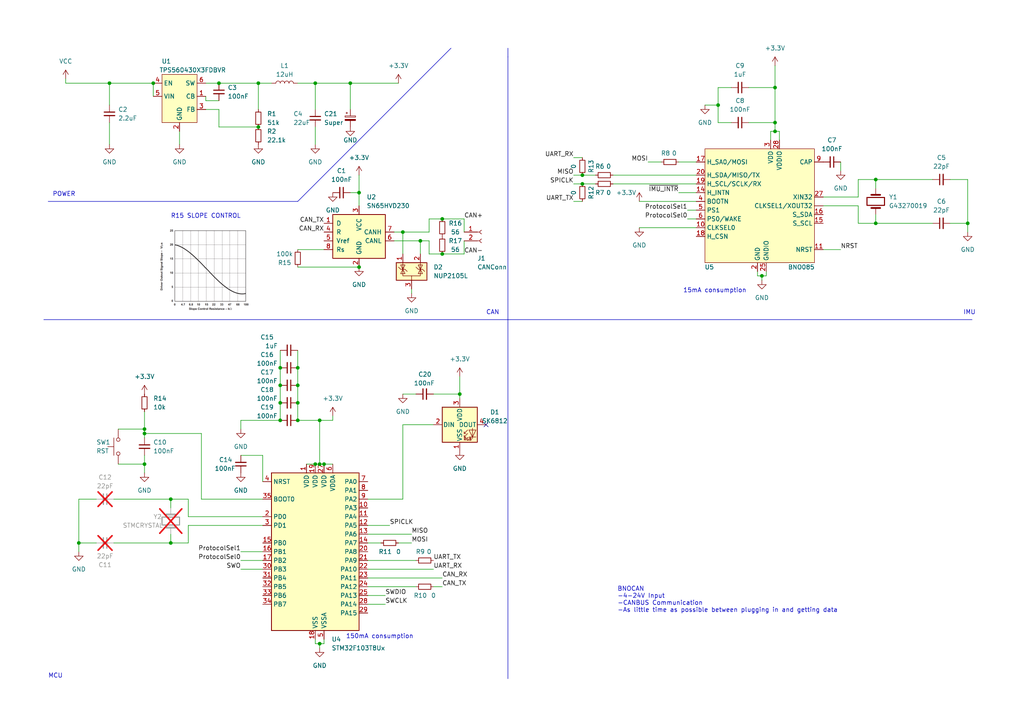
<source format=kicad_sch>
(kicad_sch (version 20230121) (generator eeschema)
  (paper "A4")
  (lib_symbols
    (symbol "Connector:Conn_01x02_Socket" (pin_names (offset 1.016) hide)
      (property "Reference" "J" (at 0 2.54 0))
      (property "Value" "Conn_01x02_Socket" (at 0 -5.08 0))
      (symbol "Conn_01x02_Socket_1_1"
        (arc (start 0 -2.032) (mid -0.5058 -2.54) (end 0 -3.048) (stroke (width 0.1524)))
        (polyline (pts (xy -1.27 -2.54) (xy -0.508 -2.54)) (stroke (width 0.1524)))
        (polyline (pts (xy -1.27 0) (xy -0.508 0)) (stroke (width 0.1524)))
        (arc (start 0 0.508) (mid -0.5058 0) (end 0 -0.508) (stroke (width 0.1524)))
        (pin passive line (at -5.08 0 0) (length 3.81) (name "Pin_1") (number "1"))
        (pin passive line (at -5.08 -2.54 0) (length 3.81) (name "Pin_2") (number "2"))
      )
    )
    (symbol "Device:C_Polarized_Small" (pin_numbers hide) (pin_names (offset 0.254) hide)
      (property "Reference" "C" (at 0.254 1.778 0))
      (property "Value" "C_Polarized_Small" (at 0.254 -2.032 0))
      (symbol "C_Polarized_Small_0_1"
        (rectangle (start -1.524 -0.3048) (end 1.524 -0.6858) (fill (type outline)))
        (rectangle (start -1.524 0.6858) (end 1.524 0.3048))
        (polyline (pts (xy -1.27 1.524) (xy -0.762 1.524)))
        (polyline (pts (xy -1.016 1.27) (xy -1.016 1.778)))
      )
      (symbol "C_Polarized_Small_1_1"
        (pin passive line (at 0 2.54 270) (length 1.8542) (name "~") (number "1"))
        (pin passive line (at 0 -2.54 90) (length 1.8542) (name "~") (number "2"))
      )
    )
    (symbol "Device:C_Small" (pin_numbers hide) (pin_names (offset 0.254) hide)
      (property "Reference" "C" (at 0.254 1.778 0))
      (property "Value" "C_Small" (at 0.254 -2.032 0))
      (symbol "C_Small_0_1"
        (polyline (pts (xy -1.524 -0.508) (xy 1.524 -0.508)) (stroke (width 0.3302)))
        (polyline (pts (xy -1.524 0.508) (xy 1.524 0.508)) (stroke (width 0.3048)))
      )
      (symbol "C_Small_1_1"
        (pin passive line (at 0 2.54 270) (length 2.032) (name "~") (number "1"))
        (pin passive line (at 0 -2.54 90) (length 2.032) (name "~") (number "2"))
      )
    )
    (symbol "Device:Crystal" (pin_numbers hide) (pin_names (offset 1.016) hide)
      (property "Reference" "Y" (at 0 3.81 0))
      (property "Value" "Crystal" (at 0 -3.81 0))
      (symbol "Crystal_0_1"
        (rectangle (start -1.143 2.54) (end 1.143 -2.54) (stroke (width 0.3048)))
        (polyline (pts (xy -2.54 0) (xy -1.905 0)))
        (polyline (pts (xy -1.905 -1.27) (xy -1.905 1.27)) (stroke (width 0.508)))
        (polyline (pts (xy 1.905 -1.27) (xy 1.905 1.27)) (stroke (width 0.508)))
        (polyline (pts (xy 2.54 0) (xy 1.905 0)))
      )
      (symbol "Crystal_1_1"
        (pin passive line (at -3.81 0 0) (length 1.27) (name "1") (number "1"))
        (pin passive line (at 3.81 0 180) (length 1.27) (name "2") (number "2"))
      )
    )
    (symbol "Device:L" (pin_numbers hide) (pin_names (offset 1.016) hide)
      (property "Reference" "L" (at -1.27 0 90))
      (property "Value" "L" (at 1.905 0 90))
      (symbol "L_0_1"
        (arc (start 0 -2.54) (mid 0.6323 -1.905) (end 0 -1.27))
        (arc (start 0 -1.27) (mid 0.6323 -0.635) (end 0 0))
        (arc (start 0 0) (mid 0.6323 0.635) (end 0 1.27))
        (arc (start 0 1.27) (mid 0.6323 1.905) (end 0 2.54))
      )
      (symbol "L_1_1"
        (pin passive line (at 0 3.81 270) (length 1.27) (name "1") (number "1"))
        (pin passive line (at 0 -3.81 90) (length 1.27) (name "2") (number "2"))
      )
    )
    (symbol "Device:R_Small" (pin_numbers hide) (pin_names (offset 0.254) hide)
      (property "Reference" "R" (at 0.762 0.508 0))
      (property "Value" "R_Small" (at 0.762 -1.016 0))
      (symbol "R_Small_0_1"
        (rectangle (start -0.762 1.778) (end 0.762 -1.778) (stroke (width 0.2032)))
      )
      (symbol "R_Small_1_1"
        (pin passive line (at 0 2.54 270) (length 0.762) (name "~") (number "1"))
        (pin passive line (at 0 -2.54 90) (length 0.762) (name "~") (number "2"))
      )
    )
    (symbol "Imports:BNO085"
      (property "Reference" "U" (at -6.35 3.81 0))
      (property "Value" "BNO085" (at -3.81 1.27 0))
      (symbol "BNO085_1_1"
        (rectangle (start -7.62 0) (end 24.13 -33.02) (fill (type background)))
        (pin input line (at 26.67 -16.51 180) (length 2.54) (name "CLKSEL1/XOUT32") (number ""))
        (pin input line (at -10.16 -22.86 0) (length 2.54) (name "CLKSEL0") (number "10"))
        (pin input line (at 26.67 -29.21 180) (length 2.54) (name "NRST") (number "11"))
        (pin input line (at -10.16 -12.7 0) (length 2.54) (name "H_INTN") (number "14"))
        (pin input line (at 26.67 -21.59 180) (length 2.54) (name "S_SCL") (number "15"))
        (pin input line (at 26.67 -19.05 180) (length 2.54) (name "S_SDA") (number "16"))
        (pin input line (at -10.16 -3.81 0) (length 2.54) (name "H_SA0/MOSI") (number "17"))
        (pin input line (at -10.16 -25.4 0) (length 2.54) (name "H_CSN") (number "18"))
        (pin input line (at -10.16 -10.16 0) (length 2.54) (name "H_SCL/SCLK/RX") (number "19"))
        (pin input line (at 7.62 -35.56 90) (length 2.54) (name "GND") (number "2"))
        (pin input line (at -10.16 -7.62 0) (length 2.54) (name "H_SDA/MISO/TX") (number "20"))
        (pin input line (at 10.16 -35.56 90) (length 2.54) (name "GNDIO") (number "25"))
        (pin input line (at 26.67 -13.97 180) (length 2.54) (name "XIN32") (number "27"))
        (pin input line (at 13.97 2.54 270) (length 2.54) (name "VDDIO") (number "28"))
        (pin input line (at 11.43 2.54 270) (length 2.54) (name "VDD") (number "3"))
        (pin input line (at -10.16 -15.24 0) (length 2.54) (name "BOOTN") (number "4"))
        (pin input line (at -10.16 -17.78 0) (length 2.54) (name "PS1") (number "5"))
        (pin input line (at -10.16 -20.32 0) (length 2.54) (name "PS0/WAKE") (number "6"))
        (pin input line (at 26.67 -3.81 180) (length 2.54) (name "CAP") (number "9"))
      )
    )
    (symbol "Imports:TPS560430X3FDBVR"
      (property "Reference" "U" (at -3.81 5.08 0))
      (symbol "TPS560430X3FDBVR_1_1"
        (rectangle (start -5.08 3.81) (end 5.08 -10.16) (fill (type background)))
        (pin input line (at 7.62 -2.54 180) (length 2.54) (name "CB") (number "1"))
        (pin input line (at 0 -12.7 90) (length 2.54) (name "GND") (number "2"))
        (pin input line (at 7.62 -6.35 180) (length 2.54) (name "FB") (number "3"))
        (pin input line (at -7.62 1.27 0) (length 2.54) (name "EN") (number "4"))
        (pin input line (at -7.62 -2.54 0) (length 2.54) (name "VIN") (number "5"))
        (pin input line (at 7.62 1.27 180) (length 2.54) (name "SW") (number "6"))
      )
    )
    (symbol "Interface_CAN_LIN:SN65HVD230" (pin_names (offset 1.016))
      (property "Reference" "U" (at -2.54 10.16 0))
      (property "Value" "SN65HVD230" (at -2.54 7.62 0))
      (symbol "SN65HVD230_0_1"
        (rectangle (start -7.62 5.08) (end 7.62 -7.62) (stroke (width 0.254)) (fill (type background)))
      )
      (symbol "SN65HVD230_1_1"
        (pin input line (at -10.16 2.54 0) (length 2.54) (name "D") (number "1"))
        (pin power_in line (at 0 -10.16 90) (length 2.54) (name "GND") (number "2"))
        (pin power_in line (at 0 7.62 270) (length 2.54) (name "VCC") (number "3"))
        (pin output line (at -10.16 0 0) (length 2.54) (name "R") (number "4"))
        (pin output line (at -10.16 -2.54 0) (length 2.54) (name "Vref") (number "5"))
        (pin bidirectional line (at 10.16 -2.54 180) (length 2.54) (name "CANL") (number "6"))
        (pin bidirectional line (at 10.16 0 180) (length 2.54) (name "CANH") (number "7"))
        (pin input line (at -10.16 -5.08 0) (length 2.54) (name "Rs") (number "8"))
      )
    )
    (symbol "LED:SK6812" (pin_names (offset 0.254))
      (property "Reference" "D" (at 5.08 5.715 0))
      (property "Value" "SK6812" (at 1.27 -5.715 0))
      (symbol "SK6812_0_0"
        (text "RGB" (at 2.286 -4.191 0) (effects (font (size 0.762 0.762))))
      )
      (symbol "SK6812_0_1"
        (polyline (pts (xy 1.27 -3.556) (xy 1.778 -3.556)))
        (polyline (pts (xy 1.27 -2.54) (xy 1.778 -2.54)))
        (polyline (pts (xy 4.699 -3.556) (xy 2.667 -3.556)))
        (polyline (pts (xy 2.286 -2.54) (xy 1.27 -3.556) (xy 1.27 -3.048)))
        (polyline (pts (xy 2.286 -1.524) (xy 1.27 -2.54) (xy 1.27 -2.032)))
        (polyline (pts (xy 3.683 -1.016) (xy 3.683 -3.556) (xy 3.683 -4.064)))
        (polyline (pts (xy 4.699 -1.524) (xy 2.667 -1.524) (xy 3.683 -3.556) (xy 4.699 -1.524)))
        (rectangle (start 5.08 5.08) (end -5.08 -5.08) (stroke (width 0.254)) (fill (type background)))
      )
      (symbol "SK6812_1_1"
        (pin power_in line (at 0 -7.62 90) (length 2.54) (name "VSS") (number "1"))
        (pin input line (at -7.62 0 0) (length 2.54) (name "DIN") (number "2"))
        (pin power_in line (at 0 7.62 270) (length 2.54) (name "VDD") (number "3"))
        (pin output line (at 7.62 0 180) (length 2.54) (name "DOUT") (number "4"))
      )
    )
    (symbol "MCU_ST_STM32F1:STM32F103T8Ux"
      (property "Reference" "U" (at -12.7 24.13 0))
      (property "Value" "STM32F103T8Ux" (at 7.62 24.13 0))
      (symbol "STM32F103T8Ux_0_1"
        (rectangle (start -12.7 -22.86) (end 12.7 22.86) (stroke (width 0.254)) (fill (type background)))
      )
      (symbol "STM32F103T8Ux_1_1"
        (pin power_in line (at -2.54 25.4 270) (length 2.54) (name "VDD") (number "1"))
        (pin bidirectional line (at 15.24 12.7 180) (length 2.54) (name "PA3") (number "10"))
        (pin bidirectional line (at 15.24 10.16 180) (length 2.54) (name "PA4") (number "11"))
        (pin bidirectional line (at 15.24 7.62 180) (length 2.54) (name "PA5") (number "12"))
        (pin bidirectional line (at 15.24 5.08 180) (length 2.54) (name "PA6") (number "13"))
        (pin bidirectional line (at 15.24 2.54 180) (length 2.54) (name "PA7") (number "14"))
        (pin bidirectional line (at -15.24 2.54 0) (length 2.54) (name "PB0") (number "15"))
        (pin bidirectional line (at -15.24 0 0) (length 2.54) (name "PB1") (number "16"))
        (pin bidirectional line (at -15.24 -2.54 0) (length 2.54) (name "PB2") (number "17"))
        (pin power_in line (at 0 -25.4 90) (length 2.54) (name "VSS") (number "18"))
        (pin power_in line (at 0 25.4 270) (length 2.54) (name "VDD") (number "19"))
        (pin bidirectional line (at -15.24 10.16 0) (length 2.54) (name "PD0") (number "2"))
        (pin bidirectional line (at 15.24 0 180) (length 2.54) (name "PA8") (number "20"))
        (pin bidirectional line (at 15.24 -2.54 180) (length 2.54) (name "PA9") (number "21"))
        (pin bidirectional line (at 15.24 -5.08 180) (length 2.54) (name "PA10") (number "22"))
        (pin bidirectional line (at 15.24 -7.62 180) (length 2.54) (name "PA11") (number "23"))
        (pin bidirectional line (at 15.24 -10.16 180) (length 2.54) (name "PA12") (number "24"))
        (pin bidirectional line (at 15.24 -12.7 180) (length 2.54) (name "PA13") (number "25"))
        (pin passive line (at 0 -25.4 90) (length 2.54) hide (name "VSS") (number "26"))
        (pin power_in line (at 2.54 25.4 270) (length 2.54) (name "VDD") (number "27"))
        (pin bidirectional line (at 15.24 -15.24 180) (length 2.54) (name "PA14") (number "28"))
        (pin bidirectional line (at 15.24 -17.78 180) (length 2.54) (name "PA15") (number "29"))
        (pin bidirectional line (at -15.24 7.62 0) (length 2.54) (name "PD1") (number "3"))
        (pin bidirectional line (at -15.24 -5.08 0) (length 2.54) (name "PB3") (number "30"))
        (pin bidirectional line (at -15.24 -7.62 0) (length 2.54) (name "PB4") (number "31"))
        (pin bidirectional line (at -15.24 -10.16 0) (length 2.54) (name "PB5") (number "32"))
        (pin bidirectional line (at -15.24 -12.7 0) (length 2.54) (name "PB6") (number "33"))
        (pin bidirectional line (at -15.24 -15.24 0) (length 2.54) (name "PB7") (number "34"))
        (pin input line (at -15.24 15.24 0) (length 2.54) (name "BOOT0") (number "35"))
        (pin passive line (at 0 -25.4 90) (length 2.54) hide (name "VSS") (number "36"))
        (pin passive line (at 0 -25.4 90) (length 2.54) hide (name "VSS") (number "37"))
        (pin input line (at -15.24 20.32 0) (length 2.54) (name "NRST") (number "4"))
        (pin power_in line (at 2.54 -25.4 90) (length 2.54) (name "VSSA") (number "5"))
        (pin power_in line (at 5.08 25.4 270) (length 2.54) (name "VDDA") (number "6"))
        (pin bidirectional line (at 15.24 20.32 180) (length 2.54) (name "PA0") (number "7"))
        (pin bidirectional line (at 15.24 17.78 180) (length 2.54) (name "PA1") (number "8"))
        (pin bidirectional line (at 15.24 15.24 180) (length 2.54) (name "PA2") (number "9"))
      )
    )
    (symbol "Power_Protection:NUP2105L" (pin_names hide)
      (property "Reference" "D" (at 5.715 2.54 0))
      (property "Value" "NUP2105L" (at 5.715 0.635 0))
      (symbol "NUP2105L_0_0"
        (pin passive line (at 0 -5.08 90) (length 2.54) (name "A") (number "3"))
      )
      (symbol "NUP2105L_0_1"
        (rectangle (start -4.445 2.54) (end 4.445 -2.54) (stroke (width 0.254)) (fill (type background)))
        (polyline (pts (xy -2.54 2.54) (xy -2.54 0.635)))
        (polyline (pts (xy 0 -1.27) (xy 0 -2.54)))
        (polyline (pts (xy 2.54 2.54) (xy 2.54 0.635)))
        (polyline (pts (xy -3.81 1.27) (xy -3.175 0.635) (xy -1.905 0.635) (xy -1.27 0)))
        (polyline (pts (xy -2.54 0.635) (xy -2.54 -1.27) (xy 2.54 -1.27) (xy 2.54 0.635)))
        (polyline (pts (xy -2.54 0.635) (xy -1.905 -0.635) (xy -3.175 -0.635) (xy -2.54 0.635)))
        (polyline (pts (xy 2.54 0.635) (xy 1.905 -0.635) (xy 3.175 -0.635) (xy 2.54 0.635)))
        (polyline (pts (xy 2.54 0.635) (xy 3.175 1.905) (xy 1.905 1.905) (xy 2.54 0.635)))
        (polyline (pts (xy -2.54 0.635) (xy -3.175 1.905) (xy -1.905 1.905) (xy -2.54 0.635) (xy -2.54 1.27)))
        (polyline (pts (xy 1.27 1.27) (xy 1.905 0.635) (xy 2.54 0.635) (xy 3.175 0.635) (xy 3.81 0)))
      )
      (symbol "NUP2105L_1_1"
        (pin passive line (at -2.54 5.08 270) (length 2.54) (name "K") (number "1"))
        (pin passive line (at 2.54 5.08 270) (length 2.54) (name "K") (number "2"))
      )
    )
    (symbol "Switch:SW_Push" (pin_numbers hide) (pin_names (offset 1.016) hide)
      (property "Reference" "SW" (at 1.27 2.54 0))
      (property "Value" "SW_Push" (at 0 -1.524 0))
      (symbol "SW_Push_0_1"
        (circle (center -2.032 0) (radius 0.508))
        (polyline (pts (xy 0 1.27) (xy 0 3.048)))
        (polyline (pts (xy 2.54 1.27) (xy -2.54 1.27)))
        (circle (center 2.032 0) (radius 0.508))
        (pin passive line (at -5.08 0 0) (length 2.54) (name "1") (number "1"))
        (pin passive line (at 5.08 0 180) (length 2.54) (name "2") (number "2"))
      )
    )
    (symbol "power:+3.3V" (power) (pin_names (offset 0))
      (property "Value" "+3.3V" (at 0 3.556 0))
      (symbol "+3.3V_0_1"
        (polyline (pts (xy -0.762 1.27) (xy 0 2.54)))
        (polyline (pts (xy 0 0) (xy 0 2.54)))
        (polyline (pts (xy 0 2.54) (xy 0.762 1.27)))
      )
      (symbol "+3.3V_1_1"
        (pin power_in line (at 0 0 90) (length 0) hide (name "+3.3V") (number "1"))
      )
    )
    (symbol "power:GND" (power) (pin_names (offset 0))
      (property "Value" "GND" (at 0 -3.81 0))
      (symbol "GND_0_1"
        (polyline (pts (xy 0 0) (xy 0 -1.27) (xy 1.27 -1.27) (xy 0 -2.54) (xy -1.27 -1.27) (xy 0 -1.27)))
      )
      (symbol "GND_1_1"
        (pin power_in line (at 0 0 270) (length 0) hide (name "GND") (number "1"))
      )
    )
    (symbol "power:VCC" (power) (pin_names (offset 0))
      (property "Value" "VCC" (at 0 3.81 0))
      (symbol "VCC_0_1"
        (polyline (pts (xy -0.762 1.27) (xy 0 2.54)))
        (polyline (pts (xy 0 0) (xy 0 2.54)))
        (polyline (pts (xy 0 2.54) (xy 0.762 1.27)))
      )
      (symbol "VCC_1_1"
        (pin power_in line (at 0 0 90) (length 0) hide (name "VCC") (number "1"))
      )
    )
  )
  (junction (at 208.28 30.48))
  (junction (at 81.28 116.84))
  (junction (at 91.44 134.62))
  (junction (at 91.44 24.13))
  (junction (at 224.79 35.56))
  (junction (at 44.45 24.13))
  (junction (at 128.27 63.5))
  (junction (at 74.93 24.13))
  (junction (at 93.98 134.62))
  (junction (at 92.71 186.69))
  (junction (at 81.28 121.92))
  (junction (at 86.36 111.76))
  (junction (at 104.14 55.88))
  (junction (at 128.27 73.66))
  (junction (at 41.91 124.46))
  (junction (at 92.71 121.92))
  (junction (at 63.5 24.13))
  (junction (at 116.84 67.31))
  (junction (at 280.67 64.77))
  (junction (at 101.6 24.13))
  (junction (at 22.86 157.48))
  (junction (at 49.53 144.78))
  (junction (at 81.28 106.68))
  (junction (at 49.53 157.48))
  (junction (at 168.91 53.34))
  (junction (at 81.28 111.76))
  (junction (at 220.98 80.01))
  (junction (at 74.93 36.83))
  (junction (at 86.36 116.84))
  (junction (at 86.36 121.92))
  (junction (at 133.35 114.3))
  (junction (at 41.91 125.73))
  (junction (at 31.75 24.13))
  (junction (at 224.79 25.4))
  (junction (at 92.71 134.62))
  (junction (at 224.79 38.1))
  (junction (at 121.92 69.85))
  (junction (at 41.91 134.62))
  (junction (at 254 64.77))
  (junction (at 254 52.07))
  (junction (at 168.91 50.8))
  (junction (at 104.14 77.47))
  (junction (at 86.36 106.68))
  (no_connect (at 140.97 123.19))
  (wire (pts (xy 128.27 63.5) (xy 134.62 63.5)))
  (polyline (pts (xy 147.32 92.71) (xy 281.94 92.71)))
  (polyline (pts (xy 96.52 48.26) (xy 130.81 13.97)))
  (wire (pts (xy 69.85 165.1) (xy 76.2 165.1)))
  (wire (pts (xy 114.3 69.85) (xy 121.92 69.85)))
  (wire (pts (xy 91.44 31.75) (xy 91.44 24.13)))
  (wire (pts (xy 115.57 24.13) (xy 101.6 24.13)))
  (wire (pts (xy 63.5 24.13) (xy 74.93 24.13)))
  (wire (pts (xy 86.36 77.47) (xy 104.14 77.47)))
  (wire (pts (xy 22.86 157.48) (xy 27.94 157.48)))
  (wire (pts (xy 86.36 72.39) (xy 93.98 72.39)))
  (wire (pts (xy 76.2 139.7) (xy 76.2 132.08)))
  (wire (pts (xy 52.07 41.91) (xy 52.07 38.1)))
  (wire (pts (xy 81.28 101.6) (xy 81.28 106.68)))
  (wire (pts (xy 111.76 175.26) (xy 106.68 175.26)))
  (polyline (pts (xy 86.36 58.42) (xy 96.52 48.26)))
  (wire (pts (xy 81.28 106.68) (xy 81.28 111.76)))
  (wire (pts (xy 119.38 157.48) (xy 115.57 157.48)))
  (wire (pts (xy 124.46 73.66) (xy 128.27 73.66)))
  (wire (pts (xy 91.44 134.62) (xy 88.9 134.62)))
  (wire (pts (xy 248.92 64.77) (xy 248.92 59.69)))
  (wire (pts (xy 219.71 80.01) (xy 219.71 78.74)))
  (wire (pts (xy 86.36 101.6) (xy 86.36 106.68)))
  (wire (pts (xy 31.75 30.48) (xy 31.75 24.13)))
  (wire (pts (xy 119.38 83.82) (xy 119.38 85.09)))
  (wire (pts (xy 31.75 41.91) (xy 31.75 35.56)))
  (wire (pts (xy 226.06 38.1) (xy 226.06 40.64)))
  (wire (pts (xy 96.52 121.92) (xy 92.71 121.92)))
  (wire (pts (xy 177.8 53.34) (xy 201.93 53.34)))
  (wire (pts (xy 34.29 124.46) (xy 41.91 124.46)))
  (wire (pts (xy 86.36 106.68) (xy 86.36 111.76)))
  (wire (pts (xy 101.6 55.88) (xy 104.14 55.88)))
  (wire (pts (xy 74.93 24.13) (xy 74.93 31.75)))
  (wire (pts (xy 92.71 134.62) (xy 93.98 134.62)))
  (wire (pts (xy 49.53 157.48) (xy 33.02 157.48)))
  (wire (pts (xy 69.85 162.56) (xy 76.2 162.56)))
  (wire (pts (xy 254 54.61) (xy 254 52.07)))
  (wire (pts (xy 208.28 25.4) (xy 208.28 30.48)))
  (wire (pts (xy 81.28 111.76) (xy 81.28 116.84)))
  (wire (pts (xy 116.84 67.31) (xy 114.3 67.31)))
  (wire (pts (xy 54.61 144.78) (xy 49.53 144.78)))
  (wire (pts (xy 91.44 134.62) (xy 92.71 134.62)))
  (wire (pts (xy 49.53 147.32) (xy 49.53 144.78)))
  (wire (pts (xy 27.94 144.78) (xy 22.86 144.78)))
  (wire (pts (xy 222.25 80.01) (xy 222.25 78.74)))
  (wire (pts (xy 166.37 45.72) (xy 168.91 45.72)))
  (wire (pts (xy 124.46 63.5) (xy 124.46 67.31)))
  (wire (pts (xy 124.46 69.85) (xy 124.46 73.66)))
  (wire (pts (xy 243.84 49.53) (xy 243.84 46.99)))
  (wire (pts (xy 280.67 52.07) (xy 280.67 64.77)))
  (wire (pts (xy 224.79 38.1) (xy 226.06 38.1)))
  (wire (pts (xy 116.84 123.19) (xy 125.73 123.19)))
  (polyline (pts (xy 12.7 92.71) (xy 147.32 92.71)))
  (wire (pts (xy 128.27 170.18) (xy 125.73 170.18)))
  (wire (pts (xy 86.36 121.92) (xy 92.71 121.92)))
  (wire (pts (xy 22.86 160.02) (xy 22.86 157.48)))
  (wire (pts (xy 248.92 64.77) (xy 254 64.77)))
  (wire (pts (xy 41.91 119.38) (xy 41.91 124.46)))
  (wire (pts (xy 106.68 157.48) (xy 110.49 157.48)))
  (wire (pts (xy 254 62.23) (xy 254 64.77)))
  (polyline (pts (xy 147.32 92.71) (xy 147.32 196.85)))
  (polyline (pts (xy 147.32 92.71) (xy 147.32 16.51)))
  (wire (pts (xy 86.36 111.76) (xy 86.36 116.84)))
  (wire (pts (xy 187.96 46.99) (xy 191.77 46.99)))
  (wire (pts (xy 59.69 24.13) (xy 63.5 24.13)))
  (wire (pts (xy 41.91 137.16) (xy 41.91 134.62)))
  (wire (pts (xy 91.44 41.91) (xy 91.44 36.83)))
  (wire (pts (xy 254 52.07) (xy 270.51 52.07)))
  (wire (pts (xy 92.71 121.92) (xy 92.71 134.62)))
  (wire (pts (xy 208.28 30.48) (xy 208.28 35.56)))
  (wire (pts (xy 168.91 53.34) (xy 172.72 53.34)))
  (wire (pts (xy 196.85 55.88) (xy 201.93 55.88)))
  (wire (pts (xy 22.86 157.48) (xy 22.86 144.78)))
  (wire (pts (xy 54.61 144.78) (xy 54.61 149.86)))
  (wire (pts (xy 34.29 134.62) (xy 41.91 134.62)))
  (wire (pts (xy 134.62 69.85) (xy 134.62 73.66)))
  (wire (pts (xy 58.42 144.78) (xy 76.2 144.78)))
  (wire (pts (xy 134.62 63.5) (xy 134.62 67.31)))
  (wire (pts (xy 133.35 109.22) (xy 133.35 114.3)))
  (wire (pts (xy 69.85 121.92) (xy 69.85 124.46)))
  (wire (pts (xy 254 64.77) (xy 270.51 64.77)))
  (polyline (pts (xy 147.32 16.51) (xy 147.32 13.97)))
  (wire (pts (xy 208.28 35.56) (xy 212.09 35.56)))
  (wire (pts (xy 92.71 187.96) (xy 92.71 186.69)))
  (wire (pts (xy 86.36 116.84) (xy 86.36 121.92)))
  (wire (pts (xy 248.92 52.07) (xy 248.92 57.15)))
  (wire (pts (xy 63.5 36.83) (xy 63.5 31.75)))
  (wire (pts (xy 128.27 63.5) (xy 124.46 63.5)))
  (wire (pts (xy 185.42 66.04) (xy 201.93 66.04)))
  (wire (pts (xy 54.61 149.86) (xy 76.2 149.86)))
  (wire (pts (xy 106.68 154.94) (xy 119.38 154.94)))
  (wire (pts (xy 121.92 69.85) (xy 124.46 69.85)))
  (wire (pts (xy 223.52 40.64) (xy 223.52 38.1)))
  (wire (pts (xy 238.76 57.15) (xy 248.92 57.15)))
  (wire (pts (xy 41.91 132.08) (xy 41.91 134.62)))
  (wire (pts (xy 54.61 157.48) (xy 54.61 152.4)))
  (wire (pts (xy 59.69 27.94) (xy 59.69 29.21)))
  (wire (pts (xy 116.84 67.31) (xy 116.84 73.66)))
  (wire (pts (xy 125.73 165.1) (xy 106.68 165.1)))
  (wire (pts (xy 49.53 144.78) (xy 33.02 144.78)))
  (wire (pts (xy 243.84 72.39) (xy 238.76 72.39)))
  (wire (pts (xy 74.93 24.13) (xy 78.74 24.13)))
  (wire (pts (xy 168.91 50.8) (xy 172.72 50.8)))
  (polyline (pts (xy 13.97 58.42) (xy 86.36 58.42)))
  (wire (pts (xy 31.75 24.13) (xy 44.45 24.13)))
  (wire (pts (xy 41.91 125.73) (xy 41.91 124.46)))
  (wire (pts (xy 91.44 186.69) (xy 91.44 185.42)))
  (wire (pts (xy 101.6 24.13) (xy 101.6 31.75)))
  (wire (pts (xy 208.28 25.4) (xy 212.09 25.4)))
  (wire (pts (xy 101.6 24.13) (xy 91.44 24.13)))
  (wire (pts (xy 76.2 132.08) (xy 69.85 132.08)))
  (wire (pts (xy 220.98 80.01) (xy 222.25 80.01)))
  (wire (pts (xy 166.37 58.42) (xy 168.91 58.42)))
  (wire (pts (xy 177.8 50.8) (xy 201.93 50.8)))
  (wire (pts (xy 199.39 60.96) (xy 201.93 60.96)))
  (wire (pts (xy 106.68 144.78) (xy 116.84 144.78)))
  (wire (pts (xy 217.17 35.56) (xy 224.79 35.56)))
  (wire (pts (xy 121.92 69.85) (xy 121.92 73.66)))
  (wire (pts (xy 74.93 36.83) (xy 63.5 36.83)))
  (wire (pts (xy 91.44 24.13) (xy 86.36 24.13)))
  (wire (pts (xy 166.37 53.34) (xy 168.91 53.34)))
  (wire (pts (xy 196.85 46.99) (xy 201.93 46.99)))
  (wire (pts (xy 81.28 116.84) (xy 81.28 121.92)))
  (wire (pts (xy 104.14 50.8) (xy 104.14 55.88)))
  (wire (pts (xy 63.5 31.75) (xy 59.69 31.75)))
  (wire (pts (xy 280.67 67.31) (xy 280.67 64.77)))
  (wire (pts (xy 223.52 38.1) (xy 224.79 38.1)))
  (wire (pts (xy 120.65 170.18) (xy 106.68 170.18)))
  (wire (pts (xy 41.91 125.73) (xy 58.42 125.73)))
  (wire (pts (xy 96.52 134.62) (xy 93.98 134.62)))
  (wire (pts (xy 128.27 73.66) (xy 134.62 73.66)))
  (wire (pts (xy 93.98 186.69) (xy 93.98 185.42)))
  (wire (pts (xy 19.05 22.86) (xy 19.05 24.13)))
  (wire (pts (xy 166.37 50.8) (xy 168.91 50.8)))
  (wire (pts (xy 128.27 167.64) (xy 106.68 167.64)))
  (wire (pts (xy 248.92 52.07) (xy 254 52.07)))
  (wire (pts (xy 54.61 157.48) (xy 49.53 157.48)))
  (wire (pts (xy 224.79 25.4) (xy 224.79 35.56)))
  (wire (pts (xy 125.73 114.3) (xy 133.35 114.3)))
  (wire (pts (xy 238.76 59.69) (xy 248.92 59.69)))
  (wire (pts (xy 41.91 127) (xy 41.91 125.73)))
  (wire (pts (xy 96.52 120.65) (xy 96.52 121.92)))
  (wire (pts (xy 44.45 24.13) (xy 44.45 27.94)))
  (wire (pts (xy 220.98 80.01) (xy 219.71 80.01)))
  (wire (pts (xy 224.79 35.56) (xy 224.79 38.1)))
  (wire (pts (xy 185.42 58.42) (xy 201.93 58.42)))
  (wire (pts (xy 92.71 186.69) (xy 93.98 186.69)))
  (wire (pts (xy 133.35 114.3) (xy 133.35 115.57)))
  (wire (pts (xy 104.14 55.88) (xy 104.14 59.69)))
  (wire (pts (xy 224.79 19.05) (xy 224.79 25.4)))
  (wire (pts (xy 217.17 25.4) (xy 224.79 25.4)))
  (wire (pts (xy 120.65 162.56) (xy 106.68 162.56)))
  (wire (pts (xy 49.53 154.94) (xy 49.53 157.48)))
  (wire (pts (xy 116.84 114.3) (xy 120.65 114.3)))
  (wire (pts (xy 280.67 52.07) (xy 275.59 52.07)))
  (wire (pts (xy 19.05 24.13) (xy 31.75 24.13)))
  (wire (pts (xy 220.98 81.28) (xy 220.98 80.01)))
  (wire (pts (xy 59.69 29.21) (xy 63.5 29.21)))
  (wire (pts (xy 275.59 64.77) (xy 280.67 64.77)))
  (wire (pts (xy 106.68 152.4) (xy 113.03 152.4)))
  (wire (pts (xy 111.76 172.72) (xy 106.68 172.72)))
  (wire (pts (xy 69.85 160.02) (xy 76.2 160.02)))
  (wire (pts (xy 199.39 63.5) (xy 201.93 63.5)))
  (wire (pts (xy 81.28 121.92) (xy 69.85 121.92)))
  (wire (pts (xy 124.46 67.31) (xy 116.84 67.31)))
  (wire (pts (xy 54.61 152.4) (xy 76.2 152.4)))
  (wire (pts (xy 204.47 30.48) (xy 208.28 30.48)))
  (wire (pts (xy 58.42 125.73) (xy 58.42 144.78)))
  (wire (pts (xy 92.71 186.69) (xy 91.44 186.69)))
  (wire (pts (xy 116.84 144.78) (xy 116.84 123.19)))
  (image (at 59.69 77.47) (scale 0.47836))
  (text "R15 SLOPE CONTROL " (at 49.53 63.5 0) (effects (font (size 1.27 1.27)) (justify left bottom)))
  (text "BNOCAN\n-4-24V Input\n-CANBUS Communication\n-As little time as possible between plugging in and getting data\n" (at 179.07 177.8 0) (effects (font (size 1.27 1.27)) (justify left bottom)))
  (text "15mA consumption" (at 198.12 85.09 0) (effects (font (size 1.27 1.27)) (justify left bottom)))
  (text "MCU" (at 13.97 196.85 0) (effects (font (size 1.27 1.27)) (justify left bottom)))
  (text "IMU" (at 279.4 91.44 0) (effects (font (size 1.27 1.27)) (justify left bottom)))
  (text "CAN" (at 140.97 91.44 0) (effects (font (size 1.27 1.27)) (justify left bottom)))
  (text "POWER" (at 15.24 57.15 0) (effects (font (size 1.27 1.27)) (justify left bottom)))
  (text "150mA consumption\n" (at 100.33 185.42 0) (effects (font (size 1.27 1.27)) (justify left bottom)))
  (label "CAN_RX" (at 93.98 67.31 180))
  (label "MOSI" (at 119.38 157.48 0))
  (label "SPICLK" (at 166.37 53.34 180))
  (label "ProtocolSel1" (at 69.85 160.02 180))
  (label "UART_TX" (at 166.37 58.42 180))
  (label "UART_RX" (at 125.73 165.1 0))
  (label "MISO" (at 119.38 154.94 0))
  (label "ProtocolSel1" (at 199.39 60.96 180))
  (label "CAN_TX" (at 128.27 170.18 0))
  (label "SPICLK" (at 113.03 152.4 0))
  (label "~{IMU_INTR}" (at 196.85 55.88 180))
  (label "CAN-" (at 134.62 73.66 0))
  (label "ProtocolSel0" (at 199.39 63.5 180))
  (label "MISO" (at 166.37 50.8 180))
  (label "SWDIO" (at 111.76 172.72 0))
  (label "SWCLK" (at 111.76 175.26 0))
  (label "MOSI" (at 187.96 46.99 180))
  (label "ProtocolSel0" (at 69.85 162.56 180))
  (label "SWO" (at 69.85 165.1 180))
  (label "UART_RX" (at 166.37 45.72 180))
  (label "CAN+" (at 134.62 63.5 0))
  (label "CAN_RX" (at 128.27 167.64 0))
  (label "UART_TX" (at 125.73 162.56 0))
  (label "CAN_TX" (at 93.98 64.77 180))
  (label "NRST" (at 243.84 72.39 0))
  (symbol (lib_id "MCU_ST_STM32F1:STM32F103T8Ux") (at 91.44 160.02 0) (unit 1)
    (property "Reference" "U4" (at 96.1741 185.42 0) (effects (justify left)))
    (property "Value" "STM32F103T8Ux" (at 96.1741 187.96 0) (effects (justify left)))
    (property "Footprint" "Package_DFN_QFN:QFN-36-1EP_6x6mm_P0.5mm_EP4.1x4.1mm" (effects hide))
    (property "Datasheet" "https://www.st.com/resource/en/datasheet/stm32f103t8.pdf" (effects hide))
  )
  (symbol (lib_id "Device:R_Small") (at 128.27 66.04 0) (unit 1)
    (property "Reference" "R16" (at 132.08 64.77 0))
    (property "Value" "56" (at 132.08 67.31 0))
    (property "Footprint" "Resistor_SMD:R_0805_2012Metric_Pad1.20x1.40mm_HandSolder" (effects hide))
  )
  (symbol (lib_id "Device:R_Small") (at 123.19 162.56 90) (unit 1)
    (property "Reference" "R9" (at 121.92 160.02 90))
    (property "Value" "0" (at 124.46 160.02 90))
    (property "Footprint" "Resistor_SMD:R_0402_1005Metric" (effects hide))
  )
  (symbol (lib_id "power:GND") (at 133.35 130.81 0) (unit 1)
    (property "Reference" "#PWR026" (effects hide))
    (property "Value" "GND" (at 133.35 135.89 0))
  )
  (symbol (lib_id "power:GND") (at 116.84 114.3 0) (unit 1)
    (property "Reference" "#PWR027" (effects hide))
    (property "Value" "GND" (at 116.84 119.38 0))
  )
  (symbol (lib_id "Device:C_Small") (at 31.75 33.02 0) (unit 1)
    (property "Reference" "C2" (at 34.29 31.7563 0) (effects (justify left)))
    (property "Value" "2.2uF" (at 34.29 34.2963 0) (effects (justify left)))
    (property "Footprint" "Capacitor_SMD:C_0603_1608Metric" (effects hide))
  )
  (symbol (lib_id "Device:R_Small") (at 74.93 39.37 0) (unit 1)
    (property "Reference" "R2" (at 77.47 38.1 0) (effects (justify left)))
    (property "Value" "22.1k" (at 77.47 40.64 0) (effects (justify left)))
    (property "Footprint" "Resistor_SMD:R_0603_1608Metric" (effects hide))
  )
  (symbol (lib_id "power:+3.3V") (at 96.52 120.65 0) (unit 1)
    (property "Reference" "#PWR017" (effects hide))
    (property "Value" "+3.3V" (at 96.52 115.57 0))
  )
  (symbol (lib_id "Device:C_Small") (at 91.44 34.29 0) (unit 1)
    (property "Reference" "C4" (at 85.09 33.02 0) (effects (justify left)))
    (property "Value" "22uF" (at 85.09 35.56 0) (effects (justify left)))
    (property "Footprint" "Capacitor_SMD:C_0402_1005Metric" (effects hide))
  )
  (symbol (lib_id "Device:C_Small") (at 83.82 106.68 270) (unit 1)
    (property "Reference" "C16" (at 77.47 102.87 90))
    (property "Value" "100nF" (at 77.47 105.41 90))
    (property "Footprint" "Capacitor_SMD:C_0402_1005Metric" (effects hide))
  )
  (symbol (lib_id "Device:C_Small") (at 241.3 46.99 270) (unit 1)
    (property "Reference" "C7" (at 241.2936 40.64 90))
    (property "Value" "100nF" (at 241.2936 43.18 90))
    (property "Footprint" "Capacitor_SMD:C_0402_1005Metric" (effects hide))
  )
  (symbol (lib_id "Device:C_Small") (at 273.05 64.77 90) (unit 1)
    (property "Reference" "C6" (at 273.0563 58.42 90))
    (property "Value" "22pF" (at 273.0563 60.96 90))
    (property "Footprint" "Capacitor_SMD:C_0805_2012Metric" (effects hide))
  )
  (symbol (lib_id "power:GND") (at 69.85 137.16 0) (unit 1)
    (property "Reference" "#PWR023" (effects hide))
    (property "Value" "GND" (at 69.85 142.24 0))
  )
  (symbol (lib_id "LED:SK6812") (at 133.35 123.19 0) (unit 1)
    (property "Reference" "D1" (at 143.51 119.5421 0))
    (property "Value" "SK6812" (at 143.51 122.0821 0))
    (property "Footprint" "LED_SMD:LED_SK6812_PLCC4_5.0x5.0mm_P3.2mm" (effects hide))
    (property "Datasheet" "https://cdn-shop.adafruit.com/product-files/1138/SK6812+LED+datasheet+.pdf" (effects hide))
  )
  (symbol (lib_id "power:GND") (at 22.86 160.02 0) (unit 1)
    (property "Reference" "#PWR021" (effects hide))
    (property "Value" "GND" (at 22.86 165.1 0))
  )
  (symbol (lib_id "Device:C_Small") (at 83.82 121.92 270) (unit 1)
    (property "Reference" "C19" (at 77.47 118.11 90))
    (property "Value" "100nF" (at 77.47 120.65 90))
    (property "Footprint" "Capacitor_SMD:C_0402_1005Metric" (effects hide))
  )
  (symbol (lib_id "Device:R_Small") (at 41.91 116.84 180) (unit 1)
    (property "Reference" "R14" (at 44.45 115.57 0) (effects (justify right)))
    (property "Value" "10k" (at 44.45 118.11 0) (effects (justify right)))
    (property "Footprint" "Capacitor_SMD:C_0603_1608Metric" (effects hide))
  )
  (symbol (lib_id "Device:R_Small") (at 168.91 55.88 180) (unit 1)
    (property "Reference" "R12" (at 171.45 55.88 90))
    (property "Value" "0" (at 166.37 55.88 90))
    (property "Footprint" "Resistor_SMD:R_0402_1005Metric" (effects hide))
  )
  (symbol (lib_id "Device:C_Small") (at 273.05 52.07 90) (unit 1)
    (property "Reference" "C5" (at 273.0563 45.72 90))
    (property "Value" "22pF" (at 273.0563 48.26 90))
    (property "Footprint" "Capacitor_SMD:C_0805_2012Metric" (effects hide))
  )
  (symbol (lib_id "Device:C_Small") (at 99.06 55.88 270) (unit 1)
    (property "Reference" "C1" (at 99.0536 49.53 90))
    (property "Value" "100nF" (at 99.0536 52.07 90))
    (property "Footprint" "Capacitor_SMD:C_0402_1005Metric" (effects hide))
  )
  (symbol (lib_id "power:+3.3V") (at 224.79 19.05 0) (unit 1)
    (property "Reference" "#PWR010" (effects hide))
    (property "Value" "+3.3V" (at 224.79 13.97 0))
  )
  (symbol (lib_id "Device:R_Small") (at 128.27 71.12 0) (unit 1)
    (property "Reference" "R17" (at 132.08 69.85 0))
    (property "Value" "56" (at 132.08 72.39 0))
    (property "Footprint" "Resistor_SMD:R_0805_2012Metric_Pad1.20x1.40mm_HandSolder" (effects hide))
  )
  (symbol (lib_id "Device:R_Small") (at 86.36 74.93 180) (unit 1)
    (property "Reference" "R15" (at 82.55 76.2 0))
    (property "Value" "100k" (at 82.55 73.66 0))
    (property "Footprint" "Resistor_SMD:R_0603_1608Metric" (effects hide))
  )
  (symbol (lib_id "Device:C_Small") (at 83.82 101.6 270) (unit 1)
    (property "Reference" "C15" (at 77.47 97.79 90))
    (property "Value" "1uF" (at 78.74 100.33 90))
    (property "Footprint" "Resistor_SMD:R_0603_1608Metric" (effects hide))
  )
  (symbol (lib_id "Power_Protection:NUP2105L") (at 119.38 78.74 0) (unit 1)
    (property "Reference" "D2" (at 125.73 77.47 0) (effects (justify left)))
    (property "Value" "NUP2105L" (at 125.73 80.01 0) (effects (justify left)))
    (property "Footprint" "Package_TO_SOT_SMD:SOT-23" (effects hide))
    (property "Datasheet" "http://www.onsemi.com/pub_link/Collateral/NUP2105L-D.PDF" (effects hide))
  )
  (symbol (lib_id "Device:C_Polarized_Small") (at 101.6 34.29 0) (unit 1)
    (property "Reference" "C21" (at 93.98 33.02 0) (effects (justify left)))
    (property "Value" "Super" (at 93.98 35.56 0) (effects (justify left)))
    (property "Footprint" "Capacitor_THT:CP_Radial_D13.0mm_P5.00mm" (effects hide))
  )
  (symbol (lib_id "power:GND") (at 204.47 30.48 0) (unit 1)
    (property "Reference" "#PWR016" (effects hide))
    (property "Value" "GND" (at 204.47 35.56 0))
  )
  (symbol (lib_id "Device:C_Small") (at 214.63 25.4 270) (unit 1)
    (property "Reference" "C9" (at 214.6236 19.05 90))
    (property "Value" "1uF" (at 214.6236 21.59 90))
    (property "Footprint" "Capacitor_SMD:C_0402_1005Metric" (effects hide))
  )
  (symbol (lib_id "power:GND") (at 52.07 41.91 0) (unit 1)
    (property "Reference" "#PWR03" (effects hide))
    (property "Value" "GND" (at 52.07 46.99 0))
  )
  (symbol (lib_id "Device:R_Small") (at 113.03 157.48 90) (unit 1)
    (property "Reference" "R11" (at 111.76 160.02 90))
    (property "Value" "0" (at 115.57 160.02 90))
    (property "Footprint" "Resistor_SMD:R_0402_1005Metric" (effects hide))
  )
  (symbol (lib_id "Device:R_Small") (at 194.31 46.99 90) (unit 1)
    (property "Reference" "R8" (at 193.04 44.45 90))
    (property "Value" "0" (at 195.58 44.45 90))
    (property "Footprint" "Resistor_SMD:R_0402_1005Metric" (effects hide))
  )
  (symbol (lib_id "power:GND") (at 41.91 137.16 0) (unit 1)
    (property "Reference" "#PWR020" (effects hide))
    (property "Value" "GND" (at 41.91 142.24 0))
  )
  (symbol (lib_id "Device:Crystal") (at 254 58.42 90) (unit 1)
    (property "Reference" "Y1" (at 257.81 57.15 90) (effects (justify right)))
    (property "Value" "G43270019" (at 257.81 59.69 90) (effects (justify right)))
    (property "Footprint" "Crystal:Crystal_SMD_3215-2Pin_3.2x1.5mm" (effects hide))
  )
  (symbol (lib_id "Device:C_Small") (at 30.48 144.78 270) (unit 1) (dnp yes)
    (property "Reference" "C12" (at 30.4736 138.43 90))
    (property "Value" "22pF" (at 30.4736 140.97 90))
    (property "Footprint" "Capacitor_SMD:C_0805_2012Metric" (effects hide))
  )
  (symbol (lib_id "power:GND") (at 74.93 41.91 0) (unit 1)
    (property "Reference" "#PWR05" (effects hide))
    (property "Value" "GND" (at 74.93 46.99 0))
  )
  (symbol (lib_id "power:GND") (at 280.67 67.31 0) (unit 1)
    (property "Reference" "#PWR09" (effects hide))
    (property "Value" "GND" (at 280.67 72.39 0))
  )
  (symbol (lib_id "Device:C_Small") (at 30.48 157.48 270) (unit 1) (dnp yes)
    (property "Reference" "C11" (at 30.4737 163.83 90))
    (property "Value" "22pF" (at 30.4737 161.29 90))
    (property "Footprint" "Capacitor_SMD:C_0805_2012Metric" (effects hide))
  )
  (symbol (lib_id "Device:C_Small") (at 69.85 134.62 180) (unit 1)
    (property "Reference" "C14" (at 63.5 133.35 0) (effects (justify right)))
    (property "Value" "100nF" (at 62.23 135.89 0) (effects (justify right)))
    (property "Footprint" "Capacitor_SMD:C_0402_1005Metric" (effects hide))
  )
  (symbol (lib_id "power:GND") (at 101.6 36.83 0) (unit 1)
    (property "Reference" "#PWR029" (effects hide))
    (property "Value" "GND" (at 101.6 40.64 0))
  )
  (symbol (lib_id "power:+3.3V") (at 41.91 114.3 0) (unit 1)
    (property "Reference" "#PWR018" (effects hide))
    (property "Value" "+3.3V" (at 41.91 109.22 0))
  )
  (symbol (lib_id "power:GND") (at 96.52 55.88 0) (unit 1)
    (property "Reference" "#PWR02" (effects hide))
    (property "Value" "GND" (at 96.52 60.96 0))
  )
  (symbol (lib_id "Device:Crystal") (at 49.53 151.13 270) (unit 1) (dnp yes)
    (property "Reference" "Y2" (at 44.45 149.86 90) (effects (justify left)))
    (property "Value" "STMCRYSTAL" (at 35.56 152.4 90) (effects (justify left)))
    (property "Footprint" "Crystal:Crystal_SMD_3215-2Pin_3.2x1.5mm" (effects hide))
  )
  (symbol (lib_id "power:GND") (at 92.71 187.96 0) (unit 1)
    (property "Reference" "#PWR019" (effects hide))
    (property "Value" "GND" (at 92.71 193.04 0))
  )
  (symbol (lib_id "Device:C_Small") (at 41.91 129.54 0) (unit 1)
    (property "Reference" "C10" (at 44.45 128.2763 0) (effects (justify left)))
    (property "Value" "100nF" (at 44.45 130.8163 0) (effects (justify left)))
    (property "Footprint" "Capacitor_SMD:C_0402_1005Metric" (effects hide))
  )
  (symbol (lib_id "power:GND") (at 104.14 77.47 0) (unit 1)
    (property "Reference" "#PWR01" (effects hide))
    (property "Value" "GND" (at 104.14 82.55 0))
  )
  (symbol (lib_id "power:GND") (at 69.85 124.46 0) (unit 1)
    (property "Reference" "#PWR024" (effects hide))
    (property "Value" "GND" (at 69.85 129.54 0))
  )
  (symbol (lib_id "power:+3.3V") (at 133.35 109.22 0) (unit 1)
    (property "Reference" "#PWR014" (effects hide))
    (property "Value" "+3.3V" (at 133.35 104.14 0))
  )
  (symbol (lib_id "power:GND") (at 185.42 66.04 0) (unit 1)
    (property "Reference" "#PWR013" (effects hide))
    (property "Value" "GND" (at 185.42 71.12 0))
  )
  (symbol (lib_id "Switch:SW_Push") (at 34.29 129.54 90) (unit 1)
    (property "Reference" "SW1" (at 27.94 128.27 90) (effects (justify right)))
    (property "Value" "RST" (at 27.94 130.81 90) (effects (justify right)))
    (property "Footprint" "Button_Switch_SMD:SW_SPST_TL3305A" (effects hide))
  )
  (symbol (lib_id "Imports:TPS560430X3FDBVR") (at 52.07 25.4 0) (unit 1)
    (property "Reference" "U1" (at 48.26 17.78 0))
    (property "Value" "TPS560430X3FDBVR" (at 55.88 20.32 0))
    (property "Footprint" "Package_TO_SOT_SMD:SOT-23-6" (effects hide))
  )
  (symbol (lib_id "Device:R_Small") (at 123.19 170.18 90) (unit 1)
    (property "Reference" "R10" (at 121.92 172.72 90))
    (property "Value" "0" (at 125.73 172.72 90))
    (property "Footprint" "Resistor_SMD:R_0402_1005Metric" (effects hide))
  )
  (symbol (lib_id "power:VCC") (at 19.05 22.86 0) (unit 1)
    (property "Reference" "#PWR06" (effects hide))
    (property "Value" "VCC" (at 19.05 17.78 0))
  )
  (symbol (lib_id "Device:L") (at 82.55 24.13 90) (unit 1)
    (property "Reference" "L1" (at 82.55 19.05 90))
    (property "Value" "12uH" (at 82.55 21.59 90))
    (property "Footprint" "Inductor_SMD:L_1210_3225Metric" (effects hide))
  )
  (symbol (lib_id "Interface_CAN_LIN:SN65HVD230") (at 104.14 67.31 0) (unit 1)
    (property "Reference" "U2" (at 106.3341 57.15 0) (effects (justify left)))
    (property "Value" "SN65HVD230" (at 106.3341 59.69 0) (effects (justify left)))
    (property "Footprint" "Package_SO:SOIC-8_3.9x4.9mm_P1.27mm" (effects hide))
    (property "Datasheet" "http://www.ti.com/lit/ds/symlink/sn65hvd230.pdf" (effects hide))
  )
  (symbol (lib_id "Device:C_Small") (at 123.19 114.3 90) (unit 1)
    (property "Reference" "C20" (at 121.285 108.585 90) (effects (justify right)))
    (property "Value" "100nF" (at 120.015 111.125 90) (effects (justify right)))
    (property "Footprint" "Capacitor_SMD:C_0402_1005Metric" (effects hide))
  )
  (symbol (lib_id "power:+3.3V") (at 185.42 58.42 0) (unit 1)
    (property "Reference" "#PWR011" (effects hide))
    (property "Value" "+3.3V" (at 181.61 55.88 0))
  )
  (symbol (lib_id "power:GND") (at 31.75 41.91 0) (unit 1)
    (property "Reference" "#PWR04" (effects hide))
    (property "Value" "GND" (at 31.75 46.99 0))
  )
  (symbol (lib_id "Device:R_Small") (at 175.26 50.8 90) (unit 1)
    (property "Reference" "R6" (at 173.99 48.26 90))
    (property "Value" "0" (at 176.53 48.26 90))
    (property "Footprint" "Resistor_SMD:R_0402_1005Metric" (effects hide))
  )
  (symbol (lib_id "Connector:Conn_01x02_Socket") (at 139.7 67.31 0) (unit 1)
    (property "Reference" "J1" (at 138.43 74.93 0) (effects (justify left)))
    (property "Value" "CANConn" (at 138.43 77.47 0) (effects (justify left)))
    (property "Footprint" "Connector_Wire:SolderWire-1.5sqmm_1x02_P7.8mm_D1.7mm_OD3.9mm_Relief" (effects hide))
  )
  (symbol (lib_id "Device:C_Small") (at 83.82 111.76 270) (unit 1)
    (property "Reference" "C17" (at 77.47 107.95 90))
    (property "Value" "100nF" (at 77.47 110.49 90))
    (property "Footprint" "Capacitor_SMD:C_0402_1005Metric" (effects hide))
  )
  (symbol (lib_id "Device:R_Small") (at 74.93 34.29 0) (unit 1)
    (property "Reference" "R1" (at 77.47 33.02 0) (effects (justify left)))
    (property "Value" "51k" (at 77.47 35.56 0) (effects (justify left)))
    (property "Footprint" "Resistor_SMD:R_0603_1608Metric" (effects hide))
  )
  (symbol (lib_id "power:GND") (at 220.98 81.28 0) (unit 1)
    (property "Reference" "#PWR012" (effects hide))
    (property "Value" "GND" (at 220.98 86.36 0))
  )
  (symbol (lib_id "power:GND") (at 91.44 41.91 0) (unit 1)
    (property "Reference" "#PWR08" (effects hide))
    (property "Value" "GND" (at 91.44 46.99 0))
  )
  (symbol (lib_id "Imports:BNO085") (at 212.09 43.18 0) (unit 1)
    (property "Reference" "U5" (at 205.74 77.47 0))
    (property "Value" "BNO085" (at 232.41 77.47 0))
    (property "Footprint" "Package_LGA:LGA-28_5.2x3.8mm_P0.5mm" (effects hide))
  )
  (symbol (lib_id "power:+3.3V") (at 115.57 24.13 0) (unit 1)
    (property "Reference" "#PWR07" (effects hide))
    (property "Value" "+3.3V" (at 115.57 19.05 0))
  )
  (symbol (lib_id "Device:R_Small") (at 175.26 53.34 90) (unit 1)
    (property "Reference" "R7" (at 173.99 55.88 90))
    (property "Value" "0" (at 176.53 55.88 90))
    (property "Footprint" "Resistor_SMD:R_0402_1005Metric" (effects hide))
  )
  (symbol (lib_id "power:GND") (at 243.84 49.53 0) (unit 1)
    (property "Reference" "#PWR015" (effects hide))
    (property "Value" "GND" (at 243.84 54.61 0))
  )
  (symbol (lib_id "power:+3.3V") (at 104.14 50.8 0) (unit 1)
    (property "Reference" "#PWR028" (effects hide))
    (property "Value" "+3.3V" (at 104.14 45.72 0))
  )
  (symbol (lib_id "power:GND") (at 119.38 85.09 0) (unit 1)
    (property "Reference" "#PWR025" (effects hide))
    (property "Value" "GND" (at 119.38 90.17 0))
  )
  (symbol (lib_id "Device:C_Small") (at 83.82 116.84 270) (unit 1)
    (property "Reference" "C18" (at 77.47 113.03 90))
    (property "Value" "100nF" (at 77.47 115.57 90))
    (property "Footprint" "Capacitor_SMD:C_0402_1005Metric" (effects hide))
  )
  (symbol (lib_id "Device:R_Small") (at 168.91 48.26 180) (unit 1)
    (property "Reference" "R13" (at 171.45 48.26 90))
    (property "Value" "0" (at 166.37 48.26 90))
    (property "Footprint" "Resistor_SMD:R_0402_1005Metric" (effects hide))
  )
  (symbol (lib_id "Device:C_Small") (at 214.63 35.56 270) (unit 1)
    (property "Reference" "C8" (at 214.6236 29.21 90))
    (property "Value" "100nF" (at 214.6236 31.75 90))
    (property "Footprint" "Capacitor_SMD:C_0402_1005Metric" (effects hide))
  )
  (symbol (lib_id "Device:C_Small") (at 63.5 26.67 0) (unit 1)
    (property "Reference" "C3" (at 66.04 25.4063 0) (effects (justify left)))
    (property "Value" "100nF" (at 66.04 27.9463 0) (effects (justify left)))
    (property "Footprint" "Capacitor_SMD:C_0603_1608Metric" (effects hide))
  )
)
</source>
